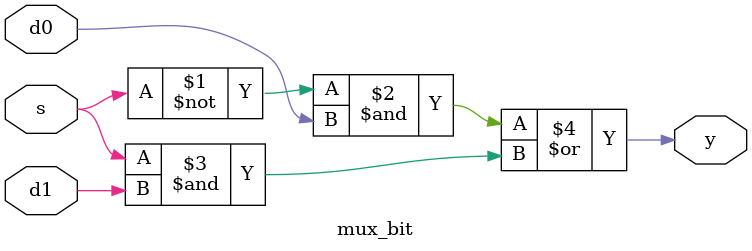
<source format=v>
`timescale 1ns / 1ps


module mux_bit(
input s,d0,d1,
output y );

assign y = (~s & d0)|(s & d1 );
endmodule

</source>
